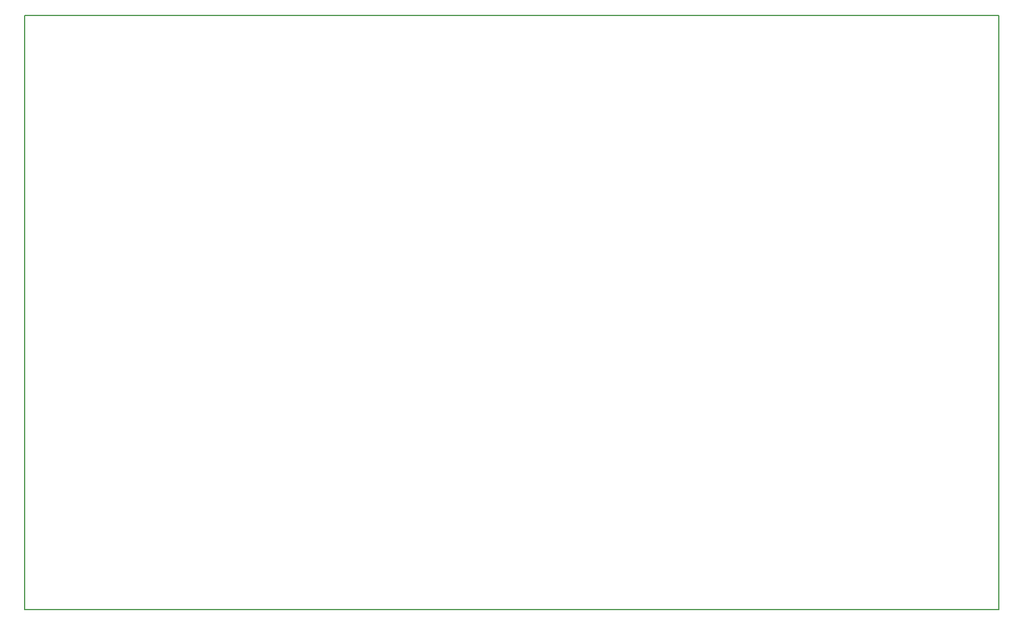
<source format=gbr>
G04 #@! TF.FileFunction,Profile,NP*
%FSLAX46Y46*%
G04 Gerber Fmt 4.6, Leading zero omitted, Abs format (unit mm)*
G04 Created by KiCad (PCBNEW 4.0.6) date Sunday, 01 October 2017 'PMt' 13:45:36*
%MOMM*%
%LPD*%
G01*
G04 APERTURE LIST*
%ADD10C,0.100000*%
%ADD11C,0.150000*%
G04 APERTURE END LIST*
D10*
D11*
X73000000Y-149000000D02*
X73000000Y-61000000D01*
X217000000Y-149000000D02*
X73000000Y-149000000D01*
X217000000Y-61000000D02*
X217000000Y-149000000D01*
X73000000Y-61000000D02*
X217000000Y-61000000D01*
M02*

</source>
